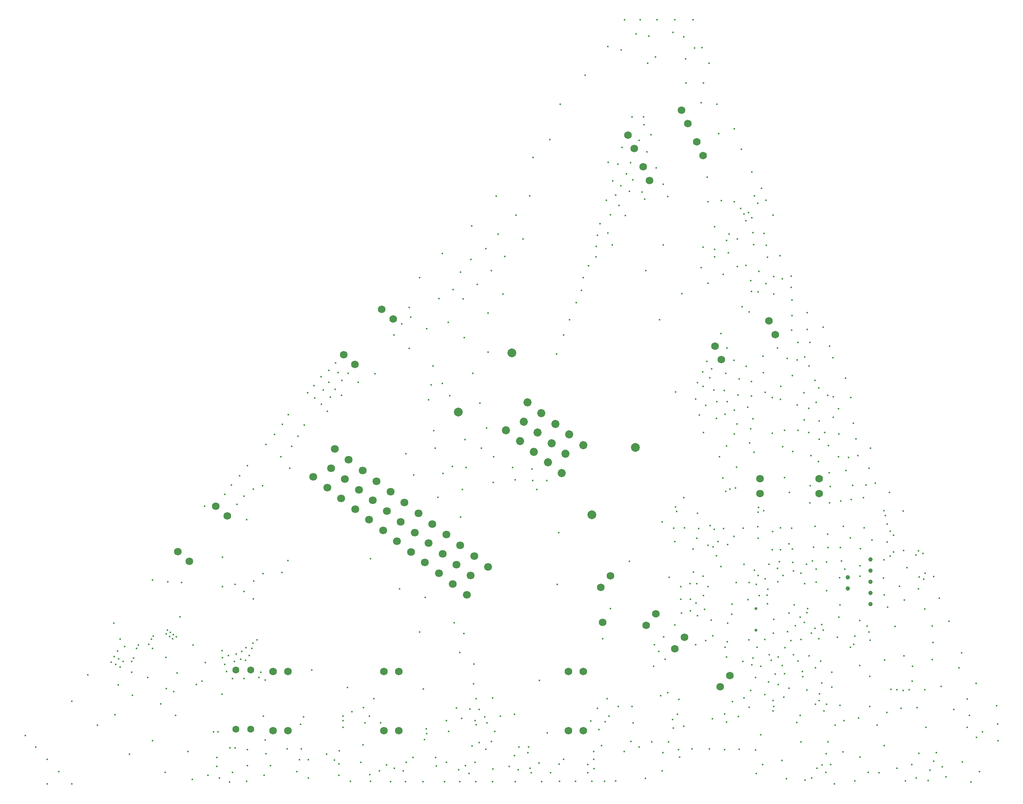
<source format=gbr>
%TF.GenerationSoftware,KiCad,Pcbnew,8.0.0*%
%TF.CreationDate,2024-03-07T18:38:24+01:00*%
%TF.ProjectId,PDU FT24,50445520-4654-4323-942e-6b696361645f,rev?*%
%TF.SameCoordinates,Original*%
%TF.FileFunction,Plated,1,4,PTH,Drill*%
%TF.FilePolarity,Positive*%
%FSLAX46Y46*%
G04 Gerber Fmt 4.6, Leading zero omitted, Abs format (unit mm)*
G04 Created by KiCad (PCBNEW 8.0.0) date 2024-03-07 18:38:24*
%MOMM*%
%LPD*%
G01*
G04 APERTURE LIST*
%TA.AperFunction,ViaDrill*%
%ADD10C,0.400000*%
%TD*%
%TA.AperFunction,ComponentDrill*%
%ADD11C,0.650000*%
%TD*%
%TA.AperFunction,ComponentDrill*%
%ADD12C,1.000000*%
%TD*%
%TA.AperFunction,ComponentDrill*%
%ADD13C,1.600000*%
%TD*%
%TA.AperFunction,ComponentDrill*%
%ADD14C,1.730000*%
%TD*%
%TA.AperFunction,ComponentDrill*%
%ADD15C,1.750000*%
%TD*%
%TA.AperFunction,ComponentDrill*%
%ADD16C,1.800000*%
%TD*%
%TA.AperFunction,ComponentDrill*%
%ADD17C,1.850000*%
%TD*%
%TA.AperFunction,ComponentDrill*%
%ADD18C,2.000000*%
%TD*%
G04 APERTURE END LIST*
D10*
X82600000Y-217600000D03*
X85000000Y-220200000D03*
X87600000Y-223000000D03*
X87600000Y-228600000D03*
X90200000Y-225800000D03*
X93200000Y-209800000D03*
X93200000Y-228600000D03*
X96800000Y-203800000D03*
X99000000Y-215200000D03*
X102170000Y-200860000D03*
X102800000Y-192000000D03*
X102860000Y-199640000D03*
X103000000Y-212800000D03*
X103175000Y-201370000D03*
X103600000Y-198320000D03*
X103802921Y-206071848D03*
X103870000Y-200150000D03*
X104180000Y-201960000D03*
X104214588Y-195620000D03*
X104880000Y-200730000D03*
X105238128Y-197350000D03*
X106325015Y-221810389D03*
X106800000Y-203200000D03*
X106830000Y-200740000D03*
X107000000Y-208400000D03*
X107290000Y-199940000D03*
X107960000Y-197760000D03*
X108360000Y-197010000D03*
X110452925Y-204399508D03*
X110743990Y-196850022D03*
X111308856Y-195612824D03*
X111550061Y-197743159D03*
X111600000Y-182200000D03*
X111600000Y-218800000D03*
X111770000Y-194940000D03*
X113400000Y-210400000D03*
X114421917Y-225928242D03*
X114600000Y-199800000D03*
X114730000Y-194470000D03*
X114732925Y-206881844D03*
X114930000Y-193620000D03*
X115000000Y-182600000D03*
X115440000Y-195020000D03*
X115613333Y-194120000D03*
X116170000Y-195570000D03*
X116296666Y-194650000D03*
X116400000Y-207600000D03*
X116800000Y-213000000D03*
X116979999Y-195130000D03*
X117164492Y-203325776D03*
X117859999Y-190600002D03*
X118200000Y-182800000D03*
X119600000Y-221200000D03*
X120600000Y-227600000D03*
X120800000Y-197000000D03*
X121600000Y-206000000D03*
X122800000Y-205200000D03*
X123400000Y-165400000D03*
X123600000Y-201000000D03*
X124200000Y-226600000D03*
X125494429Y-216752785D03*
X126200000Y-222600000D03*
X126200000Y-224600000D03*
X126500000Y-216700000D03*
X126800000Y-227200000D03*
X127400000Y-198310000D03*
X127400000Y-208200000D03*
X127500000Y-177000000D03*
X127500000Y-199900000D03*
X127512277Y-183687723D03*
X128000000Y-162700000D03*
X128000000Y-201400000D03*
X128400000Y-203000000D03*
X128800000Y-199400000D03*
X129101268Y-228126476D03*
X129187347Y-220412653D03*
X129500000Y-160600000D03*
X129800000Y-204600000D03*
X129800000Y-226000000D03*
X130200000Y-200700000D03*
X130400000Y-183200000D03*
X130400000Y-220400000D03*
X130600000Y-199000000D03*
X130800000Y-165000000D03*
X131400000Y-158500000D03*
X131600000Y-200200000D03*
X131900000Y-198400000D03*
X132400000Y-163100000D03*
X132400000Y-184800000D03*
X132400000Y-204600000D03*
X132700000Y-200500000D03*
X132800000Y-197600000D03*
X133000000Y-168500000D03*
X133000000Y-228000000D03*
X133200000Y-156200000D03*
X133200000Y-220800000D03*
X133200000Y-224400000D03*
X133600000Y-199400000D03*
X134200000Y-197800000D03*
X134400000Y-196600000D03*
X134500000Y-161500000D03*
X134500000Y-186500000D03*
X134600000Y-182400000D03*
X135400000Y-195800000D03*
X135800000Y-204400000D03*
X136200000Y-203200000D03*
X136600000Y-160800000D03*
X136755336Y-180717264D03*
X136800000Y-213200000D03*
X137000000Y-226600000D03*
X137200000Y-205000000D03*
X137200000Y-218600000D03*
X137400000Y-151400000D03*
X137400000Y-221700000D03*
X138400000Y-224400000D03*
X139300000Y-149100000D03*
X140800000Y-154200000D03*
X141000000Y-180500000D03*
X141100000Y-146800000D03*
X142198008Y-220600000D03*
X142400000Y-177800000D03*
X142500000Y-144600000D03*
X142800000Y-156800000D03*
X143200000Y-151800000D03*
X144400000Y-225800000D03*
X144700000Y-149500000D03*
X145000000Y-223100000D03*
X145295124Y-215008860D03*
X145400000Y-220600000D03*
X145948013Y-213348005D03*
X146100000Y-147000000D03*
X146900000Y-139600000D03*
X147040000Y-227250000D03*
X147050000Y-223090000D03*
X147800000Y-202690379D03*
X148300000Y-138000000D03*
X148500000Y-140800000D03*
X149900000Y-136000000D03*
X150000000Y-142200000D03*
X150400000Y-139000000D03*
X151200000Y-221800000D03*
X151400000Y-143800000D03*
X151700000Y-134500000D03*
X151700000Y-137200000D03*
X152000000Y-140600000D03*
X152947075Y-223178156D03*
X153160320Y-138817548D03*
X153200000Y-132800000D03*
X153800000Y-135000000D03*
X153947075Y-226678156D03*
X154000000Y-224000006D03*
X154051791Y-221051791D03*
X154600000Y-140200000D03*
X154700000Y-136800000D03*
X154947075Y-213178136D03*
X154947075Y-214178156D03*
X154947075Y-215678156D03*
X155947075Y-206678156D03*
X156100000Y-135200000D03*
X156600000Y-228000000D03*
X156947075Y-212178156D03*
X158400000Y-137200000D03*
X159000000Y-223678166D03*
X159447075Y-219678156D03*
X159600000Y-211200000D03*
X159947075Y-214678156D03*
X160947075Y-213178156D03*
X161000000Y-226500000D03*
X161200000Y-177400000D03*
X161200000Y-228000000D03*
X161947075Y-209178156D03*
X162200000Y-135300000D03*
X163200000Y-225600000D03*
X163447075Y-214678156D03*
X164841412Y-224266717D03*
X165787623Y-228067800D03*
X166500000Y-126451163D03*
X166600000Y-225000000D03*
X167800000Y-184200000D03*
X168314068Y-123931163D03*
X168612432Y-225637739D03*
X169099965Y-228067800D03*
X169200000Y-153500000D03*
X169288197Y-223651801D03*
X169999990Y-129500000D03*
X170000000Y-120200002D03*
X170314068Y-122431163D03*
X170800000Y-222600000D03*
X171000000Y-158300000D03*
X172400000Y-113400000D03*
X172400000Y-194000000D03*
X173150358Y-228053654D03*
X173242592Y-206971605D03*
X173500000Y-218500000D03*
X173600000Y-186200000D03*
X173859876Y-216092974D03*
X173947080Y-217178166D03*
X174000000Y-125000002D03*
X174400000Y-141200000D03*
X175000000Y-137800000D03*
X175400000Y-133500000D03*
X175600000Y-148200000D03*
X175900000Y-152200000D03*
X176000000Y-222600000D03*
X176160000Y-224490000D03*
X176500000Y-163400000D03*
X176800000Y-118200004D03*
X177499998Y-137500000D03*
X177500000Y-107900000D03*
X177700000Y-158000000D03*
X177990342Y-228053654D03*
X178447075Y-214178156D03*
X178447075Y-223678156D03*
X178900000Y-123600000D03*
X178947075Y-216678156D03*
X179200000Y-140300000D03*
X179800000Y-156400000D03*
X179947075Y-116178156D03*
X180200000Y-191900000D03*
X180716237Y-211343644D03*
X181206179Y-225351912D03*
X181473444Y-228062155D03*
X181500000Y-198700000D03*
X181700000Y-112200000D03*
X181700000Y-167900000D03*
X181947075Y-213678156D03*
X182100000Y-161600000D03*
X182300087Y-118275278D03*
X182428038Y-194358721D03*
X182500000Y-127100000D03*
X182700000Y-150300000D03*
X182800000Y-224475000D03*
X182900000Y-156600000D03*
X183600010Y-226200000D03*
X183800000Y-211600000D03*
X184077480Y-109307524D03*
X184200000Y-101700000D03*
X184269112Y-219987548D03*
X184500000Y-135200000D03*
X184600000Y-205800000D03*
X184700000Y-201300000D03*
X184943795Y-214167856D03*
X185000000Y-223678170D03*
X185138319Y-228054811D03*
X185200000Y-209200000D03*
X185247075Y-215120760D03*
X185500000Y-115000000D03*
X185947075Y-211678176D03*
X185947075Y-219178156D03*
X186100000Y-142000000D03*
X186400000Y-152200000D03*
X187148317Y-213379394D03*
X187400000Y-106800000D03*
X187447075Y-220678156D03*
X187600000Y-147600000D03*
X187659022Y-214678047D03*
X187900000Y-121500000D03*
X187900000Y-130400000D03*
X188691697Y-218933534D03*
X188700000Y-111800000D03*
X188950000Y-209010000D03*
X188990955Y-228075144D03*
X189000000Y-225200000D03*
X189100000Y-160000000D03*
X189200000Y-154200000D03*
X189447075Y-216678156D03*
X189800000Y-94900000D03*
X190217564Y-103530997D03*
X190721708Y-213178156D03*
X191300000Y-117200000D03*
X191752585Y-108580409D03*
X192800000Y-224600000D03*
X193500000Y-156600000D03*
X193947075Y-222178156D03*
X193980000Y-212720000D03*
X194100000Y-159400000D03*
X194140496Y-228062903D03*
X194300000Y-99200000D03*
X194800000Y-225400000D03*
X194947075Y-220178156D03*
X195900000Y-104600000D03*
X197000000Y-221500000D03*
X197200000Y-220200000D03*
X197400000Y-94800000D03*
X197483651Y-225038519D03*
X197761613Y-226036699D03*
X197934015Y-156961757D03*
X198100000Y-159600000D03*
X198200000Y-86100000D03*
X199000000Y-161600000D03*
X199500000Y-223800000D03*
X199633377Y-205039562D03*
X200146345Y-228062155D03*
X201300000Y-159600000D03*
X201400000Y-217000000D03*
X202000000Y-82000000D03*
X202200000Y-226036699D03*
X203500000Y-130800000D03*
X203700000Y-183200000D03*
X204000000Y-171400000D03*
X204134492Y-224109492D03*
X204200000Y-228000000D03*
X204400000Y-74000000D03*
X205100000Y-126500000D03*
X205150000Y-222990000D03*
X206500000Y-123000000D03*
X207800000Y-228000000D03*
X208000000Y-119100000D03*
X209200000Y-116300000D03*
X209600000Y-113400000D03*
X210000000Y-67400000D03*
X210600000Y-224178156D03*
X210600000Y-226036699D03*
X210758569Y-110721359D03*
X211325818Y-214265834D03*
X211600000Y-228000000D03*
X211947075Y-221178156D03*
X212000000Y-223000000D03*
X212037030Y-225084247D03*
X212500000Y-108700000D03*
X212600000Y-106300000D03*
X212800000Y-103800000D03*
X212800000Y-211400000D03*
X213200000Y-216200000D03*
X213400000Y-101200000D03*
X213798244Y-219826987D03*
X214000000Y-195600000D03*
X214400000Y-228000000D03*
X214580000Y-214450000D03*
X214900000Y-95800000D03*
X215000000Y-209200000D03*
X215200000Y-60900000D03*
X215200000Y-103300000D03*
X215300000Y-87178156D03*
X215447075Y-213178156D03*
X215800000Y-99100000D03*
X215800000Y-188700000D03*
X216200000Y-106000000D03*
X216300000Y-91400000D03*
X216947075Y-227877656D03*
X217000000Y-94600000D03*
X217500000Y-87600000D03*
X217600000Y-211000000D03*
X217700000Y-97000000D03*
X218200000Y-92500000D03*
X218210000Y-61590000D03*
X218400000Y-83800000D03*
X218947075Y-221178156D03*
X219000000Y-54800000D03*
X219209321Y-99326870D03*
X219400000Y-89800000D03*
X220072462Y-177927538D03*
X220100000Y-93800000D03*
X220400000Y-87300000D03*
X220447075Y-218903156D03*
X220700000Y-76900000D03*
X220700000Y-211000000D03*
X220888821Y-91208706D03*
X220947087Y-214678156D03*
X221600000Y-58000000D03*
X222297401Y-220160987D03*
X222300000Y-82200000D03*
X222600000Y-54800000D03*
X223016306Y-93955586D03*
X223300000Y-76900000D03*
X223400000Y-78600000D03*
X223600000Y-95600000D03*
X223786909Y-227348371D03*
X223800000Y-111800000D03*
X224100000Y-84800000D03*
X224228955Y-64656276D03*
X224500000Y-58500000D03*
X225000000Y-80900000D03*
X225200000Y-219000000D03*
X225600000Y-201800000D03*
X225800000Y-196900000D03*
X226000000Y-63200000D03*
X226200000Y-88500000D03*
X226400000Y-54800000D03*
X226800000Y-198400000D03*
X227000000Y-123000000D03*
X227233682Y-208478111D03*
X227600000Y-169000000D03*
X227600000Y-225600000D03*
X227770000Y-221450000D03*
X227800000Y-92200000D03*
X227800000Y-106000000D03*
X227900000Y-195100000D03*
X228200000Y-200200000D03*
X228800000Y-95000000D03*
X228800000Y-207800000D03*
X228999998Y-219000002D03*
X229200000Y-181600000D03*
X229947075Y-213978656D03*
X230000000Y-57600000D03*
X230100000Y-215900000D03*
X230200000Y-170400000D03*
X230400000Y-54800000D03*
X230400000Y-192400000D03*
X230422972Y-173465513D03*
X230600000Y-139400000D03*
X230600000Y-165600000D03*
X230823019Y-166624770D03*
X231000000Y-212770849D03*
X231300000Y-220800000D03*
X231400000Y-209400000D03*
X231550000Y-222500000D03*
X231800000Y-183700000D03*
X231800000Y-186600000D03*
X232000000Y-189700000D03*
X232008599Y-117042297D03*
X232447075Y-58678156D03*
X232500000Y-163500004D03*
X232500000Y-215500012D03*
X232600000Y-170300000D03*
X232921770Y-63678156D03*
X232947075Y-69178156D03*
X233947075Y-183000002D03*
X234000000Y-186600000D03*
X234000000Y-189200000D03*
X234321925Y-220644768D03*
X234557075Y-175176156D03*
X234600000Y-54800000D03*
X234700000Y-180400000D03*
X234947075Y-61178156D03*
X235200000Y-141000000D03*
X235200000Y-196900000D03*
X235300000Y-187400000D03*
X235400000Y-183000000D03*
X235447075Y-172678156D03*
X235600000Y-137300000D03*
X235600000Y-167000000D03*
X235600000Y-190300000D03*
X235900000Y-170500000D03*
X236000000Y-144700000D03*
X236447075Y-73678156D03*
X236447075Y-111178156D03*
X236600000Y-61100000D03*
X236824004Y-134836974D03*
X236900000Y-106500000D03*
X236900000Y-138200000D03*
X236900000Y-181300000D03*
X236947075Y-69178156D03*
X236947075Y-148678156D03*
X237000000Y-185700000D03*
X237195915Y-188840210D03*
X237500000Y-142500000D03*
X237500000Y-196000000D03*
X237700000Y-132500000D03*
X237800000Y-90600000D03*
X237947075Y-96178156D03*
X237947075Y-114678156D03*
X237947075Y-183678156D03*
X237990000Y-174300000D03*
X238200000Y-64700000D03*
X238280664Y-220644768D03*
X238400000Y-136200000D03*
X238495000Y-169795000D03*
X238771807Y-191300000D03*
X238800000Y-134200000D03*
X239000000Y-213800000D03*
X239100000Y-194900000D03*
X239120000Y-174640000D03*
X239300000Y-139000000D03*
X239390000Y-170650000D03*
X239459728Y-108678156D03*
X239500000Y-101800000D03*
X239500000Y-107000000D03*
X239900000Y-145400000D03*
X239947075Y-176678156D03*
X240000000Y-74000000D03*
X240000000Y-141600000D03*
X240300000Y-173500000D03*
X240447075Y-80678156D03*
X240625000Y-154200000D03*
X240947075Y-126178156D03*
X240947075Y-179178156D03*
X241000000Y-95900000D03*
X241349500Y-159000000D03*
X241447075Y-112678156D03*
X241500000Y-170500000D03*
X241700000Y-139100000D03*
X241800000Y-212700000D03*
X241800000Y-220800000D03*
X241900000Y-144500000D03*
X241900000Y-197500000D03*
X242000000Y-135200000D03*
X242000000Y-162000000D03*
X242200000Y-105000000D03*
X242200000Y-151725000D03*
X242200000Y-214500000D03*
X242234459Y-199685000D03*
X242300000Y-129400000D03*
X242346410Y-196278822D03*
X242400000Y-141600000D03*
X242421652Y-174154020D03*
X242447075Y-192000000D03*
X242601993Y-107759740D03*
X242800000Y-103500000D03*
X243000000Y-161500000D03*
X243420000Y-189950000D03*
X243447075Y-187678156D03*
X243600000Y-209900000D03*
X243900000Y-132200000D03*
X243900000Y-172300000D03*
X243947075Y-96178156D03*
X244000000Y-79600000D03*
X244000000Y-143600000D03*
X244000000Y-149000000D03*
X244200000Y-161300000D03*
X244400000Y-182800000D03*
X244500000Y-156500000D03*
X244600000Y-146700000D03*
X244700000Y-104600000D03*
X244700000Y-110900000D03*
X244800000Y-140100000D03*
X244900000Y-213300000D03*
X245100000Y-136500000D03*
X245100000Y-220700000D03*
X245459374Y-97690455D03*
X245600000Y-84200000D03*
X245800000Y-120050000D03*
X245975000Y-200725000D03*
X246000000Y-170400000D03*
X246200000Y-99000000D03*
X246200000Y-178600000D03*
X246200000Y-209000000D03*
X246597075Y-110678156D03*
X246620069Y-100505162D03*
X246700000Y-133600000D03*
X247000000Y-142900000D03*
X247100000Y-186700000D03*
X247200000Y-98600000D03*
X247300000Y-195800000D03*
X247360448Y-211165340D03*
X247400000Y-121200000D03*
X247400000Y-182800000D03*
X247500000Y-151000000D03*
X247700000Y-114100000D03*
X247700000Y-147800000D03*
X247700000Y-207300000D03*
X247900000Y-116600000D03*
X247900000Y-137100000D03*
X247900000Y-140400000D03*
X247970000Y-201500000D03*
X248000000Y-89400000D03*
X248000000Y-99800000D03*
X248190000Y-199925000D03*
X248200000Y-103200000D03*
X248200000Y-145500000D03*
X248400000Y-105900000D03*
X248447075Y-153178156D03*
X248600000Y-94800000D03*
X248600000Y-180000000D03*
X248800000Y-204400000D03*
X248800000Y-220900000D03*
X248947075Y-183178156D03*
X248947085Y-226178156D03*
X249175000Y-197525000D03*
X249300000Y-96500000D03*
X249300000Y-170100000D03*
X249400000Y-166800000D03*
X249447075Y-116678156D03*
X249447075Y-172678156D03*
X249447075Y-181178156D03*
X249500000Y-165678156D03*
X249600000Y-112000000D03*
X249700000Y-185700000D03*
X250000000Y-201800000D03*
X250000000Y-217400000D03*
X250200000Y-93100000D03*
X250447083Y-224178156D03*
X250485104Y-131330206D03*
X250600000Y-135000000D03*
X250700000Y-166403156D03*
X250800000Y-103400000D03*
X250900000Y-195700000D03*
X250922066Y-208225000D03*
X250989081Y-139489081D03*
X251000000Y-181900000D03*
X251200000Y-95800000D03*
X251200000Y-114800000D03*
X251300000Y-106100000D03*
X251447075Y-185678156D03*
X251500000Y-108800000D03*
X251500000Y-187600000D03*
X251600000Y-184300000D03*
X251760000Y-205350000D03*
X251900000Y-178600000D03*
X251953051Y-199225000D03*
X252400000Y-200500000D03*
X252600000Y-140700000D03*
X252600000Y-148800000D03*
X252600000Y-175300000D03*
X252700000Y-171200000D03*
X252800000Y-99200000D03*
X252800000Y-209600000D03*
X252800000Y-212000000D03*
X252900000Y-194300000D03*
X252935741Y-210940549D03*
X252947075Y-113178156D03*
X252980873Y-191135334D03*
X253000000Y-117200000D03*
X253320000Y-203620000D03*
X253800000Y-129400000D03*
X253800000Y-179600000D03*
X253875000Y-182600000D03*
X253947075Y-199678156D03*
X254000000Y-206000000D03*
X254200000Y-178000000D03*
X254400000Y-108400000D03*
X254500000Y-141100000D03*
X254500000Y-170300000D03*
X254500000Y-175300000D03*
X254600000Y-138200000D03*
X254819659Y-223250000D03*
X254947075Y-113678140D03*
X254947075Y-201678156D03*
X255000000Y-151900000D03*
X255097075Y-181178156D03*
X255257603Y-208825000D03*
X255400000Y-158900000D03*
X255400000Y-203500000D03*
X255447075Y-148178156D03*
X255512616Y-197612616D03*
X255800000Y-227400000D03*
X256000000Y-131800000D03*
X256112869Y-193963634D03*
X256393765Y-189743983D03*
X256400000Y-206800000D03*
X256400004Y-174000000D03*
X256500000Y-162300000D03*
X256875817Y-195973914D03*
X256900000Y-113100000D03*
X256947075Y-115678156D03*
X257000000Y-125374505D03*
X257000000Y-170400000D03*
X257100000Y-118500000D03*
X257100000Y-122100000D03*
X257200000Y-135700000D03*
X257200000Y-175200000D03*
X257300000Y-153000000D03*
X257300000Y-178200000D03*
X257447075Y-180178156D03*
X257447075Y-199178156D03*
X257600000Y-187824259D03*
X257853572Y-192584652D03*
X258200000Y-214600000D03*
X258300000Y-142400000D03*
X258300006Y-132178156D03*
X258447075Y-128178156D03*
X258447075Y-148178156D03*
X258447075Y-200678156D03*
X258947075Y-190678156D03*
X259000000Y-213000000D03*
X259100000Y-219000000D03*
X259121096Y-195775000D03*
X259171575Y-180678156D03*
X259447075Y-203000004D03*
X259596825Y-204218356D03*
X259800000Y-139600000D03*
X259900000Y-145800000D03*
X259900000Y-191800000D03*
X260000000Y-131500000D03*
X260000000Y-183000000D03*
X260060000Y-227740000D03*
X260400000Y-178600000D03*
X260474999Y-207224999D03*
X260500000Y-189678156D03*
X260600000Y-121400000D03*
X260600000Y-125200000D03*
X260700322Y-188698424D03*
X260947075Y-148678156D03*
X260950000Y-143150000D03*
X261000000Y-133500000D03*
X261000000Y-199500000D03*
X261171575Y-128178156D03*
X261200000Y-164700000D03*
X261300000Y-160800000D03*
X261400000Y-153900000D03*
X261488478Y-194275000D03*
X261600000Y-227200000D03*
X261800000Y-177900000D03*
X262000000Y-174700000D03*
X262400000Y-136800000D03*
X262400000Y-170000000D03*
X262400000Y-193200000D03*
X262447075Y-202178156D03*
X262447081Y-210500000D03*
X262600000Y-141800000D03*
X262600000Y-179700000D03*
X262600000Y-182700000D03*
X262800000Y-225000006D03*
X263100000Y-155300000D03*
X263200000Y-138500000D03*
X263200000Y-195600000D03*
X263300000Y-146000000D03*
X263300000Y-150200000D03*
X263300000Y-209600000D03*
X263343501Y-208100000D03*
X263646575Y-200678156D03*
X263894975Y-192305025D03*
X263900000Y-205600000D03*
X264000000Y-224300000D03*
X264200000Y-124700000D03*
X264200000Y-193600000D03*
X264400000Y-212000000D03*
X264547075Y-148678156D03*
X264800000Y-226000000D03*
X264900000Y-221700000D03*
X264947075Y-184678156D03*
X265000000Y-210475000D03*
X265002688Y-178116223D03*
X265200000Y-171800000D03*
X265251045Y-140200000D03*
X265300000Y-174800000D03*
X265300000Y-219000000D03*
X265400000Y-151600000D03*
X265600000Y-157800000D03*
X265700000Y-129000000D03*
X265700000Y-164700000D03*
X265800000Y-160900000D03*
X265947075Y-224178162D03*
X266200000Y-203200000D03*
X266200000Y-206600000D03*
X266447075Y-131678156D03*
X266500000Y-140500000D03*
X266500000Y-145200000D03*
X266800000Y-228600000D03*
X266947075Y-215178156D03*
X267400000Y-195200000D03*
X267700000Y-143200000D03*
X267700000Y-154200000D03*
X267749480Y-190631146D03*
X267800000Y-149000000D03*
X267947075Y-181678180D03*
X268000000Y-210700000D03*
X268012270Y-187842724D03*
X268100000Y-174800000D03*
X268200000Y-164200000D03*
X268400000Y-177900000D03*
X268730000Y-221260000D03*
X268800000Y-170000000D03*
X268947075Y-214178156D03*
X269100000Y-179700000D03*
X269300000Y-136300000D03*
X269428217Y-157284222D03*
X270000000Y-154300000D03*
X270400000Y-172625000D03*
X270440742Y-197500000D03*
X270500000Y-140700000D03*
X270600000Y-163900000D03*
X270900000Y-160700000D03*
X271117766Y-146582746D03*
X271200000Y-196800000D03*
X271400000Y-195000000D03*
X271447075Y-227925000D03*
X271700000Y-150100000D03*
X272100000Y-153900000D03*
X272300000Y-213600000D03*
X272500000Y-191400000D03*
X272500000Y-201700000D03*
X272600000Y-179000000D03*
X272600000Y-181300000D03*
X272600000Y-222500000D03*
X272700000Y-175100000D03*
X273400000Y-163500000D03*
X273500000Y-170300000D03*
X273920000Y-160610000D03*
X274200000Y-192700000D03*
X274500000Y-226000000D03*
X274600000Y-156800000D03*
X274600000Y-194000000D03*
X274800000Y-204100000D03*
X274800000Y-211000000D03*
X274900000Y-195925000D03*
X275000000Y-152200000D03*
X275300000Y-173100000D03*
X276100000Y-160200000D03*
X276500000Y-215200000D03*
X276920000Y-226010000D03*
X277900000Y-181800000D03*
X278000000Y-166400000D03*
X278000000Y-177600000D03*
X278100000Y-185600000D03*
X278100000Y-219900000D03*
X278200000Y-200400000D03*
X278400000Y-167500000D03*
X278700000Y-212300000D03*
X278760000Y-173560000D03*
X278800000Y-169500000D03*
X278900000Y-188400000D03*
X279300000Y-162300000D03*
X279500000Y-171100000D03*
X279500000Y-176800000D03*
X279600000Y-207100000D03*
X280225000Y-172000000D03*
X280225000Y-175800000D03*
X280600000Y-192800000D03*
X281000000Y-207178160D03*
X281000000Y-225000006D03*
X281600000Y-183600000D03*
X281900000Y-211400000D03*
X282400000Y-166500000D03*
X282400000Y-207300000D03*
X282500000Y-175500000D03*
X282600000Y-199500000D03*
X282700000Y-186800000D03*
X282947075Y-227925000D03*
X283300000Y-179400000D03*
X283800000Y-207200000D03*
X284400000Y-224200000D03*
X284447075Y-205178156D03*
X284500000Y-201800000D03*
X285289799Y-176501373D03*
X285400000Y-227200000D03*
X285598124Y-211198124D03*
X285900000Y-175600000D03*
X285900000Y-184200000D03*
X285947075Y-221678156D03*
X286100000Y-181500000D03*
X286900000Y-176200000D03*
X287100000Y-182000000D03*
X287300000Y-188800000D03*
X287300000Y-207200010D03*
X287447075Y-180700000D03*
X287600000Y-215700000D03*
X288060000Y-227840000D03*
X288530000Y-225430000D03*
X289000000Y-192700000D03*
X289000000Y-200300000D03*
X289200000Y-196400000D03*
X289400000Y-181400000D03*
X289400000Y-223400000D03*
X290000000Y-221500000D03*
X290600000Y-186300000D03*
X291100000Y-206400000D03*
X291280000Y-224660000D03*
X292200000Y-227000000D03*
X292800000Y-191600000D03*
X293947075Y-211678156D03*
X295100000Y-202200000D03*
X295700000Y-198800000D03*
X295857997Y-223589078D03*
X296947075Y-215678156D03*
X297000000Y-209300000D03*
X297500000Y-213000000D03*
X297800000Y-228200000D03*
X299000000Y-205700000D03*
X299130000Y-217990000D03*
X299800000Y-225800000D03*
X300500000Y-216700000D03*
X303637359Y-210794484D03*
X303971215Y-214952499D03*
X304000000Y-218800000D03*
D11*
%TO.C,Y1*%
X248887075Y-188738156D03*
X248887075Y-193618156D03*
D12*
%TO.C,J1*%
X269800000Y-181635000D03*
X269800000Y-184175000D03*
%TO.C,J6*%
X274947075Y-177518156D03*
X274947075Y-180058156D03*
X274947075Y-182598156D03*
X274947075Y-185138156D03*
X274947075Y-187678156D03*
D13*
%TO.C,U43*%
X130509332Y-202665000D03*
X130509332Y-216135000D03*
X133909332Y-202665000D03*
X133909332Y-216135000D03*
D14*
%TO.C,U6*%
X117315625Y-175744726D03*
X119920176Y-177930204D03*
X125973974Y-165426108D03*
X128578525Y-167611586D03*
%TO.C,U8*%
X138976381Y-203015274D03*
X138976381Y-216485274D03*
X142376381Y-203015274D03*
X142376381Y-216485274D03*
%TO.C,U13*%
X155051168Y-130949181D03*
X157655719Y-133134659D03*
X163709517Y-120630563D03*
%TO.C,U2*%
X164233517Y-203015274D03*
X164233517Y-216485274D03*
%TO.C,U13*%
X166314068Y-122816041D03*
%TO.C,U2*%
X167633517Y-203015274D03*
X167633517Y-216485274D03*
%TO.C,U45*%
X206251728Y-203015274D03*
X206251728Y-216485274D03*
X209651728Y-203015274D03*
X209651728Y-216485274D03*
%TO.C,U47*%
X213597952Y-183873101D03*
X215783430Y-181268550D03*
%TO.C,U15*%
X219757566Y-81005611D03*
X221194468Y-84087057D03*
%TO.C,U49*%
X223250034Y-88242668D03*
%TO.C,U47*%
X223916570Y-192531450D03*
%TO.C,U49*%
X224686936Y-91324114D03*
%TO.C,U47*%
X226102048Y-189926899D03*
%TO.C,U35*%
X230427952Y-197863101D03*
%TO.C,U15*%
X231965532Y-75312943D03*
%TO.C,U35*%
X232613430Y-195258550D03*
%TO.C,U15*%
X233402434Y-78394389D03*
%TO.C,U49*%
X235458000Y-82550000D03*
X236894902Y-85631446D03*
%TO.C,U17*%
X239624641Y-128983767D03*
%TO.C,U35*%
X240746570Y-206521450D03*
%TO.C,U17*%
X241061543Y-132065213D03*
%TO.C,U35*%
X242932048Y-203916899D03*
%TO.C,U31*%
X249820143Y-159141321D03*
X249820143Y-162541321D03*
%TO.C,U17*%
X251832607Y-123291099D03*
X253269509Y-126372545D03*
%TO.C,U31*%
X263290143Y-159141321D03*
X263290143Y-162541321D03*
D15*
%TO.C,J4*%
X214000000Y-191800000D03*
D16*
%TO.C,J2*%
X148178248Y-158755891D03*
X151351661Y-161190937D03*
X152200000Y-156800000D03*
X153048339Y-152409064D03*
X154525075Y-163625982D03*
X155373414Y-159235046D03*
X156221753Y-154844110D03*
X157698488Y-166061028D03*
X158546827Y-161670092D03*
X159395166Y-157279156D03*
X160871901Y-168496074D03*
X161720240Y-164105138D03*
X162568579Y-159714201D03*
X164045315Y-170931120D03*
X164893654Y-166540183D03*
X165741993Y-162149247D03*
X167218728Y-173366165D03*
X168067067Y-168975229D03*
X168915406Y-164584293D03*
X170392141Y-175801211D03*
X171240480Y-171410275D03*
X172088819Y-167019338D03*
X173565555Y-178236257D03*
X174413894Y-173845320D03*
X175262233Y-169454384D03*
X176738968Y-180671302D03*
X177587307Y-176280366D03*
X178435646Y-171889430D03*
X179912381Y-183106348D03*
X180760720Y-178715412D03*
X181609059Y-174324476D03*
X183085795Y-185541394D03*
X183934134Y-181150458D03*
X184782473Y-176759521D03*
X187955886Y-179194567D03*
D17*
%TO.C,J3*%
X192026586Y-148164950D03*
X195199999Y-150599996D03*
X196048339Y-146209059D03*
X196896678Y-141818123D03*
X198373413Y-153035041D03*
X199221752Y-148644105D03*
X200070091Y-144253169D03*
X201546826Y-155470087D03*
X202395165Y-151079151D03*
X203243504Y-146688215D03*
X204720240Y-157905133D03*
X205568579Y-153514197D03*
X206416918Y-149123260D03*
X209590331Y-151558306D03*
D18*
X181132116Y-143964888D03*
X193340728Y-130518335D03*
X211596884Y-167341327D03*
X221425436Y-152068489D03*
M02*

</source>
